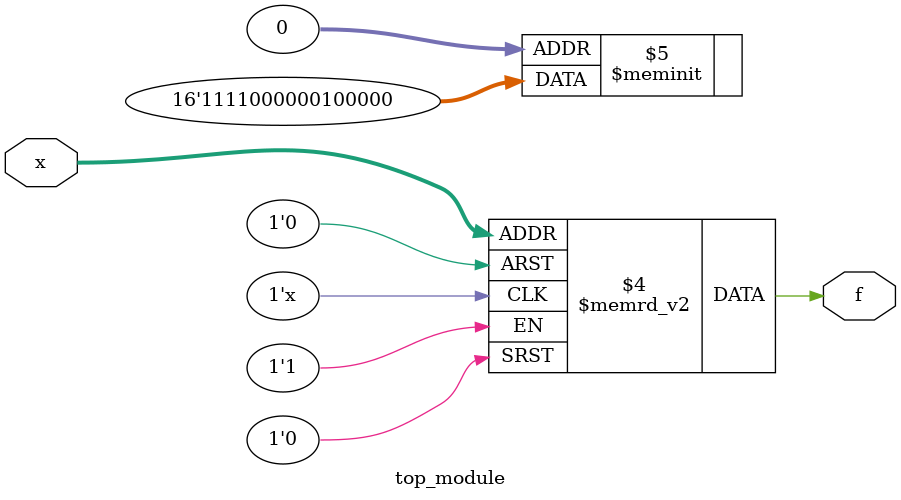
<source format=sv>
module top_module (
    input [4:1] x,
    output logic f
);

always_comb begin
    case ({x[4], x[3], x[2], x[1]})
        4'b0000, 4'b0010, 4'b1010: f = 1'b0;
        4'b0101: f = 1'b1;
        4'b1100, 4'b1101, 4'b1111, 4'b1110: f = 1'b1;
        default: f = 1'b0; // Don't care cases
    endcase
end

endmodule

</source>
